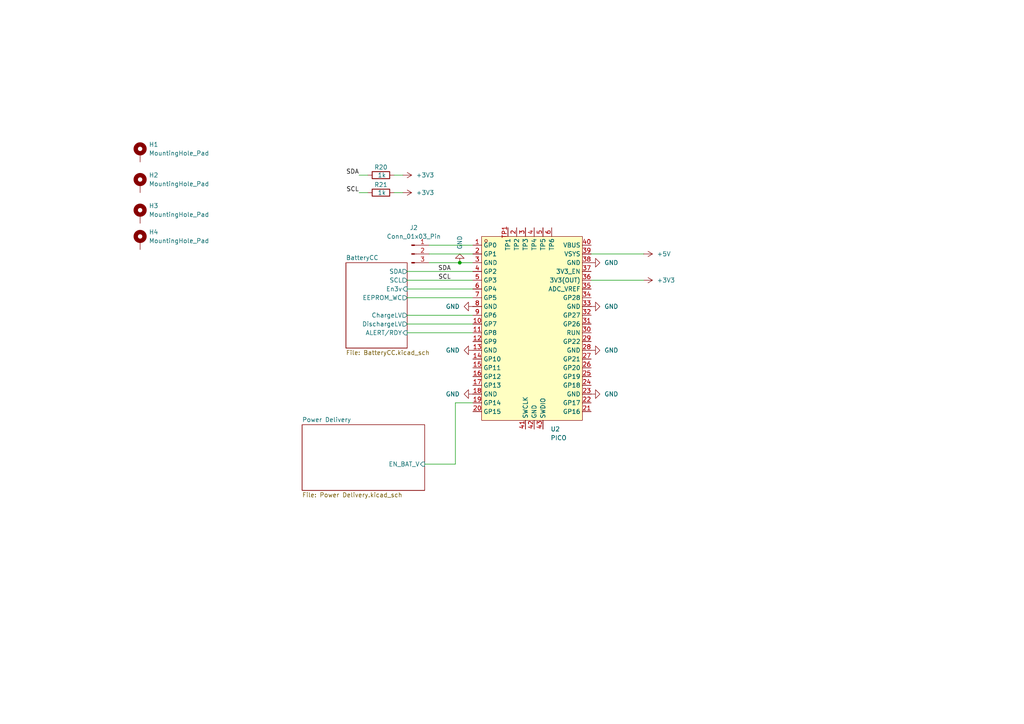
<source format=kicad_sch>
(kicad_sch (version 20250114) (generator "eeschema") (generator_version "9.0")
  (paper "A4")
  (lib_symbols
    (symbol "COMPONENTS:PICO"
      (property "Reference" "U" (at 0 34.29 0))
      (property "Value" "PICO" (at 0 -34.29 0))
      (symbol "PICO_0_1"
        (rectangle (start -15.24 26.67) (end 13.97 -26.67) (fill (type background)))
        (circle (center -13.97 25.4) (radius 0.38))
        (pin unspecified line (at -17.78 24.13 0) (length 2.54) (name "GP0") (number "1"))
        (pin unspecified line (at -17.78 21.59 0) (length 2.54) (name "GP1") (number "2"))
        (pin unspecified line (at -17.78 19.05 0) (length 2.54) (name "GND") (number "3"))
        (pin unspecified line (at -17.78 16.51 0) (length 2.54) (name "GP2") (number "4"))
        (pin unspecified line (at -17.78 13.97 0) (length 2.54) (name "GP3") (number "5"))
        (pin unspecified line (at -17.78 11.43 0) (length 2.54) (name "GP4") (number "6"))
        (pin unspecified line (at -17.78 8.89 0) (length 2.54) (name "GP5") (number "7"))
        (pin unspecified line (at -17.78 6.35 0) (length 2.54) (name "GND") (number "8"))
        (pin unspecified line (at -17.78 3.81 0) (length 2.54) (name "GP6") (number "9"))
        (pin unspecified line (at -17.78 1.27 0) (length 2.54) (name "GP7") (number "10"))
        (pin unspecified line (at -17.78 -1.27 0) (length 2.54) (name "GP8") (number "11"))
        (pin unspecified line (at -17.78 -3.81 0) (length 2.54) (name "GP9") (number "12"))
        (pin unspecified line (at -17.78 -6.35 0) (length 2.54) (name "GND") (number "13"))
        (pin unspecified line (at -17.78 -8.89 0) (length 2.54) (name "GP10") (number "14"))
        (pin unspecified line (at -17.78 -11.43 0) (length 2.54) (name "GP11") (number "15"))
        (pin unspecified line (at -17.78 -13.97 0) (length 2.54) (name "GP12") (number "16"))
        (pin unspecified line (at -17.78 -16.51 0) (length 2.54) (name "GP13") (number "17"))
        (pin unspecified line (at -17.78 -19.05 0) (length 2.54) (name "GND") (number "18"))
        (pin unspecified line (at -17.78 -21.59 0) (length 2.54) (name "GP14") (number "19"))
        (pin unspecified line (at -17.78 -24.13 0) (length 2.54) (name "GP15") (number "20"))
        (pin unspecified line (at -7.62 29.21 270) (length 2.54) (name "TP1") (number "TP1"))
        (pin unspecified line (at -5.08 29.21 270) (length 2.54) (name "TP2") (number "2"))
        (pin unspecified line (at -2.54 29.21 270) (length 2.54) (name "TP3") (number "3"))
        (pin unspecified line (at -2.54 -29.21 90) (length 2.54) (name "SWCLK") (number "41"))
        (pin unspecified line (at 0 29.21 270) (length 2.54) (name "TP4") (number "4"))
        (pin unspecified line (at 0 -29.21 90) (length 2.54) (name "GND") (number "42"))
        (pin unspecified line (at 2.54 29.21 270) (length 2.54) (name "TP5") (number "5"))
        (pin unspecified line (at 2.54 -29.21 90) (length 2.54) (name "SWDIO") (number "43"))
        (pin unspecified line (at 5.08 29.21 270) (length 2.54) (name "TP6") (number "6"))
        (pin unspecified line (at 16.51 24.13 180) (length 2.54) (name "VBUS") (number "40"))
        (pin unspecified line (at 16.51 21.59 180) (length 2.54) (name "VSYS") (number "39"))
        (pin unspecified line (at 16.51 19.05 180) (length 2.54) (name "GND") (number "38"))
        (pin unspecified line (at 16.51 16.51 180) (length 2.54) (name "3V3_EN") (number "37"))
        (pin unspecified line (at 16.51 13.97 180) (length 2.54) (name "3V3(OUT)") (number "36"))
        (pin unspecified line (at 16.51 11.43 180) (length 2.54) (name "ADC_VREF") (number "35"))
        (pin unspecified line (at 16.51 8.89 180) (length 2.54) (name "GP28") (number "34"))
        (pin unspecified line (at 16.51 6.35 180) (length 2.54) (name "GND") (number "33"))
        (pin unspecified line (at 16.51 3.81 180) (length 2.54) (name "GP27") (number "32"))
        (pin unspecified line (at 16.51 1.27 180) (length 2.54) (name "GP26") (number "31"))
        (pin unspecified line (at 16.51 -1.27 180) (length 2.54) (name "RUN") (number "30"))
        (pin unspecified line (at 16.51 -3.81 180) (length 2.54) (name "GP22") (number "29"))
        (pin unspecified line (at 16.51 -6.35 180) (length 2.54) (name "GND") (number "28"))
        (pin unspecified line (at 16.51 -8.89 180) (length 2.54) (name "GP21") (number "27"))
        (pin unspecified line (at 16.51 -11.43 180) (length 2.54) (name "GP20") (number "26"))
        (pin unspecified line (at 16.51 -13.97 180) (length 2.54) (name "GP19") (number "25"))
        (pin unspecified line (at 16.51 -16.51 180) (length 2.54) (name "GP18") (number "24"))
        (pin unspecified line (at 16.51 -19.05 180) (length 2.54) (name "GND") (number "23"))
        (pin unspecified line (at 16.51 -21.59 180) (length 2.54) (name "GP17") (number "22"))
        (pin unspecified line (at 16.51 -24.13 180) (length 2.54) (name "GP16") (number "21"))
      )
    )
    (symbol "Connector:Conn_01x03_Pin" (pin_names (offset 1.016) (hide yes))
      (property "Reference" "J" (at 0 5.08 0))
      (property "Value" "Conn_01x03_Pin" (at 0 -5.08 0))
      (symbol "Conn_01x03_Pin_1_1"
        (rectangle (start 0.8636 2.667) (end 0 2.413) (stroke (width 0.1524)) (fill (type outline)))
        (rectangle (start 0.8636 0.127) (end 0 -0.127) (stroke (width 0.1524)) (fill (type outline)))
        (rectangle (start 0.8636 -2.413) (end 0 -2.667) (stroke (width 0.1524)) (fill (type outline)))
        (polyline (pts (xy 1.27 2.54) (xy 0.8636 2.54)) (stroke (width 0.1524)))
        (polyline (pts (xy 1.27 0) (xy 0.8636 0)) (stroke (width 0.1524)))
        (polyline (pts (xy 1.27 -2.54) (xy 0.8636 -2.54)) (stroke (width 0.1524)))
        (pin passive line (at 5.08 2.54 180) (length 3.81) (name "Pin_1") (number "1"))
        (pin passive line (at 5.08 0 180) (length 3.81) (name "Pin_2") (number "2"))
        (pin passive line (at 5.08 -2.54 180) (length 3.81) (name "Pin_3") (number "3"))
      )
    )
    (symbol "Device:R" (pin_numbers (hide yes)) (pin_names (offset 0))
      (property "Reference" "R" (at 2.032 0 90))
      (property "Value" "R" (at 0 0 90))
      (symbol "R_0_1"
        (rectangle (start -1.016 -2.54) (end 1.016 2.54) (stroke (width 0.254)))
      )
      (symbol "R_1_1"
        (pin passive line (at 0 3.81 270) (length 1.27) (name "~") (number "1"))
        (pin passive line (at 0 -3.81 90) (length 1.27) (name "~") (number "2"))
      )
    )
    (symbol "Mechanical:MountingHole_Pad" (pin_numbers (hide yes)) (pin_names (offset 1.016) (hide yes)) (exclude_from_sim yes) (in_bom no)
      (property "Reference" "H" (at 0 6.35 0))
      (property "Value" "MountingHole_Pad" (at 0 4.445 0))
      (symbol "MountingHole_Pad_0_1"
        (circle (center 0 1.27) (radius 1.27) (stroke (width 1.27)))
      )
      (symbol "MountingHole_Pad_1_1"
        (pin input line (at 0 -2.54 90) (length 2.54) (name "1") (number "1"))
      )
    )
    (symbol "power:+3V3" (power) (pin_numbers (hide yes)) (pin_names (offset 0) (hide yes))
      (property "Value" "+3V3" (at 0 3.556 0))
      (symbol "+3V3_0_1"
        (polyline (pts (xy -0.762 1.27) (xy 0 2.54)))
        (polyline (pts (xy 0 2.54) (xy 0.762 1.27)))
        (polyline (pts (xy 0 0) (xy 0 2.54)))
      )
      (symbol "+3V3_1_1"
        (pin power_in line (at 0 0 90) (length 0) (name "~") (number "1"))
      )
    )
    (symbol "power:+5V" (power) (pin_numbers (hide yes)) (pin_names (offset 0) (hide yes))
      (property "Value" "+5V" (at 0 3.556 0))
      (symbol "+5V_0_1"
        (polyline (pts (xy -0.762 1.27) (xy 0 2.54)))
        (polyline (pts (xy 0 2.54) (xy 0.762 1.27)))
        (polyline (pts (xy 0 0) (xy 0 2.54)))
      )
      (symbol "+5V_1_1"
        (pin power_in line (at 0 0 90) (length 0) (name "~") (number "1"))
      )
    )
    (symbol "power:GND" (power) (pin_numbers (hide yes)) (pin_names (offset 0) (hide yes))
      (property "Value" "GND" (at 0 -3.81 0))
      (symbol "GND_0_1"
        (polyline (pts (xy 0 0) (xy 0 -1.27) (xy 1.27 -1.27) (xy 0 -2.54) (xy -1.27 -1.27) (xy 0 -1.27)))
      )
      (symbol "GND_1_1"
        (pin power_in line (at 0 0 270) (length 0) (name "~") (number "1"))
      )
    )
  )
  (junction (at 133.35 76.2))
  (wire (pts (xy 104.14 55.88) (xy 106.68 55.88)))
  (wire (pts (xy 104.14 50.8) (xy 106.68 50.8)))
  (wire (pts (xy 132.08 134.62) (xy 123.19 134.62)))
  (wire (pts (xy 118.11 91.44) (xy 137.16 91.44)))
  (wire (pts (xy 118.11 83.82) (xy 137.16 83.82)))
  (wire (pts (xy 118.11 96.52) (xy 137.16 96.52)))
  (wire (pts (xy 116.84 50.8) (xy 114.3 50.8)))
  (wire (pts (xy 118.11 78.74) (xy 137.16 78.74)))
  (wire (pts (xy 124.46 71.12) (xy 137.16 71.12)))
  (wire (pts (xy 118.11 86.36) (xy 137.16 86.36)))
  (wire (pts (xy 186.69 81.28) (xy 171.45 81.28)))
  (wire (pts (xy 186.69 73.66) (xy 171.45 73.66)))
  (wire (pts (xy 132.08 116.84) (xy 132.08 134.62)))
  (wire (pts (xy 124.46 76.2) (xy 133.35 76.2)))
  (wire (pts (xy 124.46 73.66) (xy 137.16 73.66)))
  (wire (pts (xy 118.11 81.28) (xy 137.16 81.28)))
  (wire (pts (xy 116.84 55.88) (xy 114.3 55.88)))
  (wire (pts (xy 133.35 76.2) (xy 137.16 76.2)))
  (wire (pts (xy 118.11 93.98) (xy 137.16 93.98)))
  (wire (pts (xy 137.16 116.84) (xy 132.08 116.84)))
  (label "SDA" (at 104.14 50.8 180))
  (label "SCL" (at 130.81 81.28 180))
  (label "SCL" (at 104.14 55.88 180))
  (label "SDA" (at 130.81 78.74 180))
  (symbol (lib_id "Device:R") (at 110.49 50.8 90) (mirror x) (unit 1)
    (property "Reference" "R20" (at 110.49 48.514 90))
    (property "Value" "1k" (at 110.744 50.8 90))
    (property "Footprint" "Resistor_SMD:R_1206_3216Metric_Pad1.30x1.75mm_HandSolder" (effects (hide yes)))
    (property "Description" "Resistor" (effects (hide yes)))
  )
  (symbol (lib_id "Mechanical:MountingHole_Pad") (at 40.64 62.23 0) (unit 1) (exclude_from_sim yes) (in_bom no)
    (property "Reference" "H3" (at 43.18 59.6899 0) (effects (justify left)))
    (property "Value" "MountingHole_Pad" (at 43.18 62.2299 0) (effects (justify left)))
    (property "Footprint" "MountingHole:MountingHole_3.2mm_M3_DIN965_Pad_TopBottom" (effects (hide yes)))
    (property "Description" "Mounting Hole with connection" (effects (hide yes)))
  )
  (symbol (lib_id "power:+3V3") (at 116.84 50.8 270) (mirror x) (unit 1)
    (property "Reference" "#PWR053" (effects (hide yes)))
    (property "Value" "+3V3" (at 120.65 50.8001 90) (effects (justify left)))
    (property "Description" "Power symbol creates a global label with name \"+3V3\"" (effects (hide yes)))
  )
  (symbol (lib_id "Mechanical:MountingHole_Pad") (at 40.64 53.34 0) (unit 1) (exclude_from_sim yes) (in_bom no)
    (property "Reference" "H2" (at 43.18 50.7999 0) (effects (justify left)))
    (property "Value" "MountingHole_Pad" (at 43.18 53.3399 0) (effects (justify left)))
    (property "Footprint" "MountingHole:MountingHole_3.2mm_M3_DIN965_Pad_TopBottom" (effects (hide yes)))
    (property "Description" "Mounting Hole with connection" (effects (hide yes)))
  )
  (symbol (lib_id "power:+3V3") (at 186.69 81.28 270) (unit 1)
    (property "Reference" "#PWR057" (effects (hide yes)))
    (property "Value" "+3V3" (at 190.5 81.2799 90) (effects (justify left)))
    (property "Description" "Power symbol creates a global label with name \"+3V3\"" (effects (hide yes)))
  )
  (symbol (lib_id "power:GND") (at 137.16 114.3 270) (mirror x) (unit 1)
    (property "Reference" "#PWR050" (effects (hide yes)))
    (property "Value" "GND" (at 133.35 114.2999 90) (effects (justify right)))
    (property "Description" "Power symbol creates a global label with name \"GND\" , ground" (effects (hide yes)))
  )
  (symbol (lib_id "Mechanical:MountingHole_Pad") (at 40.64 69.85 0) (unit 1) (exclude_from_sim yes) (in_bom no)
    (property "Reference" "H4" (at 43.18 67.3099 0) (effects (justify left)))
    (property "Value" "MountingHole_Pad" (at 43.18 69.8499 0) (effects (justify left)))
    (property "Footprint" "MountingHole:MountingHole_3.2mm_M3_DIN965_Pad_TopBottom" (effects (hide yes)))
    (property "Description" "Mounting Hole with connection" (effects (hide yes)))
  )
  (symbol (lib_id "Connector:Conn_01x03_Pin") (at 119.38 73.66 0) (unit 1)
    (property "Reference" "J2" (at 120.015 66.04 0))
    (property "Value" "Conn_01x03_Pin" (at 120.015 68.58 0))
    (property "Footprint" "Connector_PinHeader_2.54mm:PinHeader_1x03_P2.54mm_Vertical" (effects (hide yes)))
    (property "Description" "Generic connector, single row, 01x03, script generated" (effects (hide yes)))
  )
  (symbol (lib_id "power:GND") (at 133.35 76.2 0) (mirror x) (unit 1)
    (property "Reference" "#PWR048" (effects (hide yes)))
    (property "Value" "GND" (at 133.3501 72.39 90) (effects (justify right)))
    (property "Description" "Power symbol creates a global label with name \"GND\" , ground" (effects (hide yes)))
  )
  (symbol (lib_id "power:GND") (at 137.16 101.6 270) (mirror x) (unit 1)
    (property "Reference" "#PWR049" (effects (hide yes)))
    (property "Value" "GND" (at 133.35 101.5999 90) (effects (justify right)))
    (property "Description" "Power symbol creates a global label with name \"GND\" , ground" (effects (hide yes)))
  )
  (symbol (lib_id "power:GND") (at 171.45 114.3 90) (unit 1)
    (property "Reference" "#PWR051" (effects (hide yes)))
    (property "Value" "GND" (at 175.26 114.2999 90) (effects (justify right)))
    (property "Description" "Power symbol creates a global label with name \"GND\" , ground" (effects (hide yes)))
  )
  (symbol (lib_id "Mechanical:MountingHole_Pad") (at 40.64 44.45 0) (unit 1) (exclude_from_sim yes) (in_bom no)
    (property "Reference" "H1" (at 43.18 41.9099 0) (effects (justify left)))
    (property "Value" "MountingHole_Pad" (at 43.18 44.4499 0) (effects (justify left)))
    (property "Footprint" "MountingHole:MountingHole_3.2mm_M3_DIN965_Pad_TopBottom" (effects (hide yes)))
    (property "Description" "Mounting Hole with connection" (effects (hide yes)))
  )
  (symbol (lib_id "power:GND") (at 171.45 101.6 90) (unit 1)
    (property "Reference" "#PWR045" (effects (hide yes)))
    (property "Value" "GND" (at 175.26 101.5999 90) (effects (justify right)))
    (property "Description" "Power symbol creates a global label with name \"GND\" , ground" (effects (hide yes)))
  )
  (symbol (lib_id "power:+3V3") (at 116.84 55.88 270) (mirror x) (unit 1)
    (property "Reference" "#PWR054" (effects (hide yes)))
    (property "Value" "+3V3" (at 120.65 55.8801 90) (effects (justify left)))
    (property "Description" "Power symbol creates a global label with name \"+3V3\"" (effects (hide yes)))
  )
  (symbol (lib_id "power:+5V") (at 186.69 73.66 270) (unit 1)
    (property "Reference" "#PWR024" (effects (hide yes)))
    (property "Value" "+5V" (at 190.5 73.6599 90) (effects (justify left)))
    (property "Description" "Power symbol creates a global label with name \"+5V\"" (effects (hide yes)))
  )
  (symbol (lib_id "Device:R") (at 110.49 55.88 90) (mirror x) (unit 1)
    (property "Reference" "R21" (at 110.49 53.594 90))
    (property "Value" "1k" (at 110.744 55.88 90))
    (property "Footprint" "Resistor_SMD:R_1206_3216Metric_Pad1.30x1.75mm_HandSolder" (effects (hide yes)))
    (property "Description" "Resistor" (effects (hide yes)))
  )
  (symbol (lib_id "COMPONENTS:PICO") (at 154.94 95.25 0) (unit 1)
    (property "Reference" "U2" (at 159.6741 124.46 0) (effects (justify left)))
    (property "Value" "PICO" (at 159.6741 127 0) (effects (justify left)))
    (property "Footprint" "Module:RaspberryPi_Pico_Common_THT" (effects (hide yes)))
    (property "LCSC Part" "C7203002" (effects (hide yes)))
  )
  (symbol (lib_id "power:GND") (at 137.16 88.9 270) (mirror x) (unit 1)
    (property "Reference" "#PWR052" (effects (hide yes)))
    (property "Value" "GND" (at 133.35 88.8999 90) (effects (justify right)))
    (property "Description" "Power symbol creates a global label with name \"GND\" , ground" (effects (hide yes)))
  )
  (symbol (lib_id "power:GND") (at 171.45 76.2 90) (unit 1)
    (property "Reference" "#PWR047" (effects (hide yes)))
    (property "Value" "GND" (at 175.26 76.1999 90) (effects (justify right)))
    (property "Description" "Power symbol creates a global label with name \"GND\" , ground" (effects (hide yes)))
  )
  (symbol (lib_id "power:GND") (at 171.45 88.9 90) (unit 1)
    (property "Reference" "#PWR046" (effects (hide yes)))
    (property "Value" "GND" (at 175.26 88.8999 90) (effects (justify right)))
    (property "Description" "Power symbol creates a global label with name \"GND\" , ground" (effects (hide yes)))
  )
  (sheet (at 87.63 123.19) (size 35.56 19.05) (stroke (width 0.1524))
    (property "Sheetname" "Power Delivery" (at 87.63 122.4784 0) (effects (justify left bottom)))
    (property "Sheetfile" "Power Delivery.kicad_sch" (at 87.63 142.8246 0) (effects (justify left top)))
    (pin "EN_BAT_V" input (at 123.19 134.62 0))
  )
  (sheet (at 100.33 76.2) (size 17.78 24.765) (stroke (width 0.1524))
    (property "Sheetname" "BatteryCC" (at 100.33 75.4884 0) (effects (justify left bottom)))
    (property "Sheetfile" "BatteryCC.kicad_sch" (at 100.33 101.5496 0) (effects (justify left top)))
    (pin "SDA" output (at 118.11 78.74 0))
    (pin "En3v" input (at 118.11 83.82 0))
    (pin "SCL" output (at 118.11 81.28 0))
    (pin "EEPROM_WC" output (at 118.11 86.36 0))
    (pin "ChargeLV" output (at 118.11 91.44 0))
    (pin "DischargeLV" output (at 118.11 93.98 0))
    (pin "ALERT{slash}RDY" input (at 118.11 96.52 0))
  )
)
</source>
